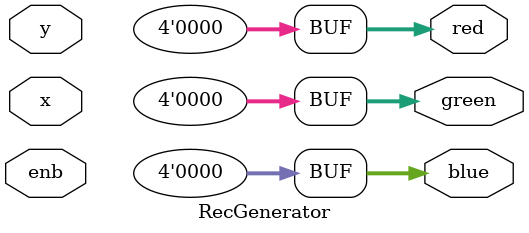
<source format=v>
`timescale 1ns / 1ps
module RecGenerator(input [10:0] x, input [10:0] y, input enb,
					output [3:0] red,output [3:0] green,output [3:0] blue);
	 parameter XPOS = 100;
	 parameter YPOS = 100;
	 parameter WIDTH = 100;	 
	 parameter HEIGHT = 100;
	 parameter RVAL = 4'b0;
	 parameter GVAL = 4'b0;
	 parameter BVAL = 4'b0;
	  
	 assign red = enb && (XPOS < x) && (XPOS+WIDTH > x ) && (YPOS < y) && (YPOS+HEIGHT > y ) ? RVAL : 4'b0;
	 
	 assign green = enb && (XPOS < x) && (XPOS+WIDTH > x ) && (YPOS < y) && (YPOS+HEIGHT > y ) ? GVAL : 4'b0;
	 
	 assign blue = enb && (XPOS < x) && (XPOS+WIDTH > x ) && (YPOS < y) && (YPOS+HEIGHT > y ) ? BVAL : 4'b0;
	 
endmodule

</source>
